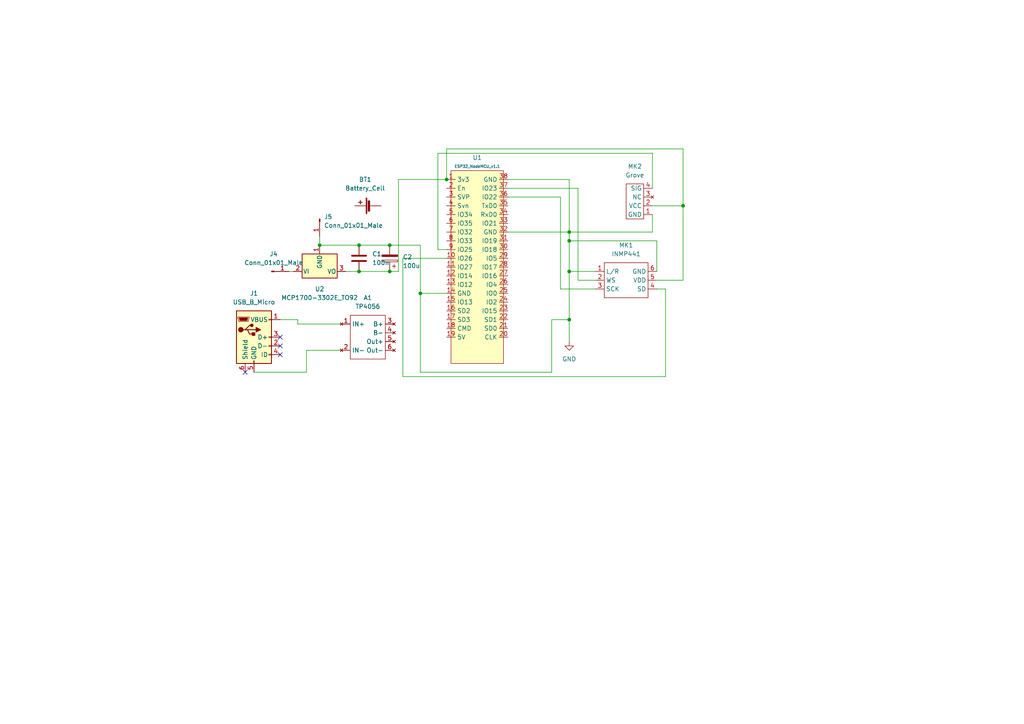
<source format=kicad_sch>
(kicad_sch (version 20211123) (generator eeschema)
  (paper "A4")
  (title_block (title "Deep Bio-Acoustics") (date "2024-01-18") (rev "0.1") (comment 1 "Author: Kushagra Goel"))
  (lib_symbols
    (symbol "Battery_Management:TP4056"
      (property "Reference" "A" (at -1.27 11.43 0))
      (property "Value" "TP4056" (at 1.27 11.43 0))
      (symbol "TP4056_0_0"
        (pin no_connect line (at -6.35 1.27 0) (length 2.54) (name "IN+") (number "1"))
        (pin no_connect line (at -6.35 -6.35 0) (length 2.54) (name "IN-") (number "2"))
        (pin no_connect line (at 8.89 1.27 180) (length 2.54) (name "B+") (number "3"))
        (pin no_connect line (at 8.89 -1.27 180) (length 2.54) (name "B-") (number "4"))
        (pin no_connect line (at 8.89 -3.81 180) (length 2.54) (name "Out+") (number "5"))
        (pin no_connect line (at 8.89 -6.35 180) (length 2.54) (name "Out-") (number "6"))
      )
      (symbol "TP4056_0_1"
        (rectangle (start -3.81 3.81) (end 6.35 -8.89))
      )
    )
    (symbol "Connector:Conn_01x01_Male" (pin_names (offset 1.016) hide)
      (property "Reference" "J" (at 0 2.54 0))
      (property "Value" "Conn_01x01_Male" (at 0 -2.54 0))
      (symbol "Conn_01x01_Male_1_1"
        (polyline (pts (xy 1.27 0) (xy 0.8636 0)) (stroke (width 0.1524)))
        (rectangle (start 0.8636 0.127) (end 0 -0.127) (stroke (width 0.1524)) (fill (type outline)))
        (pin passive line (at 5.08 0 180) (length 3.81) (name "Pin_1") (number "1"))
      )
    )
    (symbol "Connector:USB_B_Micro" (pin_names (offset 1.016))
      (property "Reference" "J" (at -5.08 11.43 0))
      (property "Value" "USB_B_Micro" (at -5.08 8.89 0))
      (symbol "USB_B_Micro_0_1"
        (rectangle (start -5.08 -7.62) (end 5.08 7.62) (stroke (width 0.254)) (fill (type background)))
        (circle (center -3.81 2.159) (radius 0.635) (stroke (width 0.254)) (fill (type outline)))
        (circle (center -0.635 3.429) (radius 0.381) (stroke (width 0.254)) (fill (type outline)))
        (rectangle (start -0.127 -7.62) (end 0.127 -6.858))
        (polyline (pts (xy -1.905 2.159) (xy 0.635 2.159)) (stroke (width 0.254)))
        (polyline (pts (xy -3.175 2.159) (xy -2.54 2.159) (xy -1.27 3.429) (xy -0.635 3.429)) (stroke (width 0.254)))
        (polyline (pts (xy -2.54 2.159) (xy -1.905 2.159) (xy -1.27 0.889) (xy 0 0.889)) (stroke (width 0.254)))
        (polyline (pts (xy 0.635 2.794) (xy 0.635 1.524) (xy 1.905 2.159) (xy 0.635 2.794)) (stroke (width 0.254)) (fill (type outline)))
        (polyline (pts (xy -4.318 5.588) (xy -1.778 5.588) (xy -2.032 4.826) (xy -4.064 4.826) (xy -4.318 5.588)) (fill (type outline)))
        (polyline (pts (xy -4.699 5.842) (xy -4.699 5.588) (xy -4.445 4.826) (xy -4.445 4.572) (xy -1.651 4.572) (xy -1.651 4.826) (xy -1.397 5.588) (xy -1.397 5.842) (xy -4.699 5.842)))
        (rectangle (start 0.254 1.27) (end -0.508 0.508) (stroke (width 0.254)) (fill (type outline)))
        (rectangle (start 5.08 -5.207) (end 4.318 -4.953))
        (rectangle (start 5.08 -2.667) (end 4.318 -2.413))
        (rectangle (start 5.08 -0.127) (end 4.318 0.127))
        (rectangle (start 5.08 4.953) (end 4.318 5.207))
      )
      (symbol "USB_B_Micro_1_1"
        (pin power_out line (at 7.62 5.08 180) (length 2.54) (name "VBUS") (number "1"))
        (pin bidirectional line (at 7.62 -2.54 180) (length 2.54) (name "D-") (number "2"))
        (pin bidirectional line (at 7.62 0 180) (length 2.54) (name "D+") (number "3"))
        (pin passive line (at 7.62 -5.08 180) (length 2.54) (name "ID") (number "4"))
        (pin power_out line (at 0 -10.16 90) (length 2.54) (name "GND") (number "5"))
        (pin passive line (at -2.54 -10.16 90) (length 2.54) (name "Shield") (number "6"))
      )
    )
    (symbol "Device:Battery_Cell" (pin_numbers hide) (pin_names (offset 0) hide)
      (property "Reference" "BT" (at 2.54 2.54 0))
      (property "Value" "Battery_Cell" (at 2.54 0 0))
      (symbol "Battery_Cell_0_1"
        (rectangle (start -2.286 1.778) (end 2.286 1.524) (fill (type outline)))
        (rectangle (start -1.5748 1.1938) (end 1.4732 0.6858) (fill (type outline)))
        (polyline (pts (xy 0 0.762) (xy 0 0)))
        (polyline (pts (xy 0 1.778) (xy 0 2.54)))
        (polyline (pts (xy 0.508 3.429) (xy 1.524 3.429)) (stroke (width 0.254)))
        (polyline (pts (xy 1.016 3.937) (xy 1.016 2.921)) (stroke (width 0.254)))
      )
      (symbol "Battery_Cell_1_1"
        (pin passive line (at 0 5.08 270) (length 2.54) (name "+") (number "1"))
        (pin passive line (at 0 -2.54 90) (length 2.54) (name "-") (number "2"))
      )
    )
    (symbol "Device:C" (pin_numbers hide) (pin_names (offset 0.254))
      (property "Reference" "C" (at 0.635 2.54 0))
      (property "Value" "C" (at 0.635 -2.54 0))
      (symbol "C_0_1"
        (polyline (pts (xy -2.032 -0.762) (xy 2.032 -0.762)) (stroke (width 0.508)))
        (polyline (pts (xy -2.032 0.762) (xy 2.032 0.762)) (stroke (width 0.508)))
      )
      (symbol "C_1_1"
        (pin passive line (at 0 3.81 270) (length 2.794) (name "~") (number "1"))
        (pin passive line (at 0 -3.81 90) (length 2.794) (name "~") (number "2"))
      )
    )
    (symbol "Device:C_Polarized" (pin_numbers hide) (pin_names (offset 0.254))
      (property "Reference" "C" (at 0.635 2.54 0))
      (property "Value" "C_Polarized" (at 0.635 -2.54 0))
      (symbol "C_Polarized_0_1"
        (rectangle (start -2.286 0.508) (end 2.286 1.016))
        (polyline (pts (xy -1.778 2.286) (xy -0.762 2.286)))
        (polyline (pts (xy -1.27 2.794) (xy -1.27 1.778)))
        (rectangle (start 2.286 -0.508) (end -2.286 -1.016) (fill (type outline)))
      )
      (symbol "C_Polarized_1_1"
        (pin passive line (at 0 3.81 270) (length 2.794) (name "~") (number "1"))
        (pin passive line (at 0 -3.81 90) (length 2.794) (name "~") (number "2"))
      )
    )
    (symbol "MCU_Espressif:ESP32_NodeMCU_v1.1"
      (property "Reference" "U" (at 0 -21.59 0))
      (property "Value" "ESP32_NodeMCU_v1.1" (at 0 -24.13 0))
      (symbol "ESP32_NodeMCU_v1.1_0_1"
        (rectangle (start -7.62 29.21) (end 7.62 -26.67) (fill (type background)))
      )
      (symbol "ESP32_NodeMCU_v1.1_1_1"
        (pin power_out line (at -8.89 26.67 0) (length 2.54) (name "3v3") (number "1"))
        (pin input line (at -8.89 3.81 0) (length 2.54) (name "IO26") (number "10"))
        (pin input line (at -8.89 1.27 0) (length 2.54) (name "IO27") (number "11"))
        (pin input line (at -8.89 -1.27 0) (length 2.54) (name "IO14") (number "12"))
        (pin input line (at -8.89 -3.81 0) (length 2.54) (name "IO12") (number "13"))
        (pin power_in line (at -8.89 -6.35 0) (length 2.54) (name "GND") (number "14"))
        (pin input line (at -8.89 -8.89 0) (length 2.54) (name "IO13") (number "15"))
        (pin input line (at -8.89 -11.43 0) (length 2.54) (name "SD2") (number "16"))
        (pin input line (at -8.89 -13.97 0) (length 2.54) (name "SD3") (number "17"))
        (pin input line (at -8.89 -16.51 0) (length 2.54) (name "CMD") (number "18"))
        (pin power_in line (at -8.89 -19.05 0) (length 2.54) (name "5V") (number "19"))
        (pin input line (at -8.89 24.13 0) (length 2.54) (name "En") (number "2"))
        (pin input line (at 8.89 -19.05 180) (length 2.54) (name "CLK") (number "20"))
        (pin input line (at 8.89 -16.51 180) (length 2.54) (name "SD0") (number "21"))
        (pin input line (at 8.89 -13.97 180) (length 2.54) (name "SD1") (number "22"))
        (pin input line (at 8.89 -11.43 180) (length 2.54) (name "IO15") (number "23"))
        (pin input line (at 8.89 -8.89 180) (length 2.54) (name "IO2") (number "24"))
        (pin input line (at 8.89 -6.35 180) (length 2.54) (name "IO0") (number "25"))
        (pin input line (at 8.89 -3.81 180) (length 2.54) (name "IO4") (number "26"))
        (pin input line (at 8.89 -1.27 180) (length 2.54) (name "IO16") (number "27"))
        (pin input line (at 8.89 1.27 180) (length 2.54) (name "IO17") (number "28"))
        (pin input line (at 8.89 3.81 180) (length 2.54) (name "IO5") (number "29"))
        (pin input line (at -8.89 21.59 0) (length 2.54) (name "SVP") (number "3"))
        (pin input line (at 8.89 6.35 180) (length 2.54) (name "IO18") (number "30"))
        (pin input line (at 8.89 8.89 180) (length 2.54) (name "IO19") (number "31"))
        (pin power_in line (at 8.89 11.43 180) (length 2.54) (name "GND") (number "32"))
        (pin input line (at 8.89 13.97 180) (length 2.54) (name "IO21") (number "33"))
        (pin input line (at 8.89 16.51 180) (length 2.54) (name "RxD0") (number "34"))
        (pin input line (at 8.89 19.05 180) (length 2.54) (name "TxD0") (number "35"))
        (pin input line (at 8.89 21.59 180) (length 2.54) (name "IO22") (number "36"))
        (pin input line (at 8.89 24.13 180) (length 2.54) (name "IO23") (number "37"))
        (pin power_in line (at 8.89 26.67 180) (length 2.54) (name "GND") (number "38"))
        (pin input line (at -8.89 19.05 0) (length 2.54) (name "Svn") (number "4"))
        (pin input line (at -8.89 16.51 0) (length 2.54) (name "IO34") (number "5"))
        (pin input line (at -8.89 13.97 0) (length 2.54) (name "IO35") (number "6"))
        (pin input line (at -8.89 11.43 0) (length 2.54) (name "IO32") (number "7"))
        (pin input line (at -8.89 8.89 0) (length 2.54) (name "IO33") (number "8"))
        (pin input line (at -8.89 6.35 0) (length 2.54) (name "IO25") (number "9"))
      )
    )
    (symbol "Microphone_Boards:Grove"
      (property "Reference" "MK" (at 0 5.08 0))
      (property "Value" "Grove" (at 0 3.81 0))
      (symbol "Grove_0_0"
        (pin power_in line (at -5.08 -1.27 0) (length 2.54) (name "VCC") (number "2"))
        (pin no_connect line (at -5.08 -3.81 0) (length 2.54) (name "NC") (number "3"))
        (pin output line (at -5.08 -6.35 0) (length 2.54) (name "SIG") (number "4"))
      )
      (symbol "Grove_0_1"
        (rectangle (start -2.54 2.54) (end 2.54 -7.62))
      )
      (symbol "Grove_1_1"
        (pin power_in line (at -5.08 1.27 0) (length 2.54) (name "GND") (number "1"))
      )
    )
    (symbol "Microphone_Boards:INMP441"
      (property "Reference" "MK" (at 0 6.35 0))
      (property "Value" "INMP441" (at 0 8.89 0))
      (symbol "INMP441_0_0"
        (pin input line (at -8.89 2.54 0) (length 2.54) (name "L/R") (number "1"))
        (pin input line (at -8.89 0 0) (length 2.54) (name "WS") (number "2"))
        (pin input line (at -8.89 -2.54 0) (length 2.54) (name "SCK") (number "3"))
        (pin output line (at 8.89 -2.54 180) (length 2.54) (name "SD") (number "4"))
        (pin power_in line (at 8.89 0 180) (length 2.54) (name "VDD") (number "5"))
        (pin power_in line (at 8.89 2.54 180) (length 2.54) (name "GND") (number "6"))
      )
      (symbol "INMP441_0_1"
        (rectangle (start -6.35 5.08) (end 6.35 -5.08))
      )
    )
    (symbol "Regulator_Linear:MCP1700-3302E_TO92" (pin_names (offset 0.254))
      (property "Reference" "U" (at -3.81 -3.175 0))
      (property "Value" "MCP1700-3302E_TO92" (at 0 -3.175 0))
      (symbol "MCP1700-3302E_TO92_0_1"
        (rectangle (start -5.08 5.08) (end 5.08 -1.905) (stroke (width 0.254)) (fill (type background)))
      )
      (symbol "MCP1700-3302E_TO92_1_1"
        (pin power_in line (at 0 7.62 270) (length 2.54) (name "GND") (number "1"))
        (pin power_in line (at -7.62 0 0) (length 2.54) (name "VI") (number "2"))
        (pin power_out line (at 7.62 0 180) (length 2.54) (name "VO") (number "3"))
      )
    )
    (symbol "power:GND" (power) (pin_names (offset 0))
      (property "Value" "GND" (at 0 -3.81 0))
      (symbol "GND_0_1"
        (polyline (pts (xy 0 0) (xy 0 -1.27) (xy 1.27 -1.27) (xy 0 -2.54) (xy -1.27 -1.27) (xy 0 -1.27)))
      )
      (symbol "GND_1_1"
        (pin power_in line (at 0 0 270) (length 0) hide (name "GND") (number "1"))
      )
    )
  )
  (junction (at 104.14 78.74))
  (junction (at 113.03 78.74))
  (junction (at 113.03 71.12))
  (junction (at 92.71 71.12))
  (junction (at 198.12 59.69))
  (junction (at 104.14 71.12))
  (junction (at 165.1 92.71))
  (junction (at 129.54 52.07))
  (junction (at 165.1 67.31))
  (junction (at 165.1 69.85))
  (junction (at 121.92 85.09))
  (junction (at 165.1 78.74))
  (no_connect (at 81.28 102.87))
  (no_connect (at 71.12 107.95))
  (no_connect (at 81.28 100.33))
  (no_connect (at 81.28 97.79))
  (wire (pts (xy 198.12 59.69) (xy 198.12 81.28)))
  (wire (pts (xy 147.32 67.31) (xy 165.1 67.31)))
  (wire (pts (xy 160.02 107.95) (xy 160.02 92.71)))
  (wire (pts (xy 129.54 52.07) (xy 129.54 43.18)))
  (wire (pts (xy 165.1 69.85) (xy 165.1 78.74)))
  (wire (pts (xy 113.03 71.12) (xy 121.92 71.12)))
  (wire (pts (xy 92.71 71.12) (xy 104.14 71.12)))
  (wire (pts (xy 165.1 78.74) (xy 165.1 92.71)))
  (wire (pts (xy 189.23 67.31) (xy 165.1 67.31)))
  (wire (pts (xy 129.54 85.09) (xy 121.92 85.09)))
  (wire (pts (xy 100.33 78.74) (xy 104.14 78.74)))
  (wire (pts (xy 162.56 83.82) (xy 172.72 83.82)))
  (wire (pts (xy 115.57 52.07) (xy 129.54 52.07)))
  (wire (pts (xy 190.5 78.74) (xy 190.5 69.85)))
  (wire (pts (xy 115.57 78.74) (xy 113.03 78.74)))
  (wire (pts (xy 193.04 109.22) (xy 193.04 83.82)))
  (wire (pts (xy 127 44.45) (xy 127 72.39)))
  (wire (pts (xy 167.64 81.28) (xy 167.64 54.61)))
  (wire (pts (xy 121.92 107.95) (xy 160.02 107.95)))
  (wire (pts (xy 86.36 93.98) (xy 99.06 93.98)))
  (wire (pts (xy 116.84 74.93) (xy 116.84 109.22)))
  (wire (pts (xy 189.23 54.61) (xy 189.23 44.45)))
  (wire (pts (xy 116.84 109.22) (xy 193.04 109.22)))
  (wire (pts (xy 121.92 85.09) (xy 121.92 107.95)))
  (wire (pts (xy 83.82 78.74) (xy 85.09 78.74)))
  (wire (pts (xy 172.72 81.28) (xy 167.64 81.28)))
  (wire (pts (xy 115.57 52.07) (xy 115.57 78.74)))
  (wire (pts (xy 88.9 107.95) (xy 88.9 101.6)))
  (wire (pts (xy 92.71 68.58) (xy 92.71 71.12)))
  (wire (pts (xy 129.54 74.93) (xy 116.84 74.93)))
  (wire (pts (xy 129.54 43.18) (xy 198.12 43.18)))
  (wire (pts (xy 165.1 78.74) (xy 172.72 78.74)))
  (wire (pts (xy 190.5 81.28) (xy 198.12 81.28)))
  (wire (pts (xy 86.36 92.71) (xy 86.36 93.98)))
  (wire (pts (xy 198.12 43.18) (xy 198.12 59.69)))
  (wire (pts (xy 165.1 69.85) (xy 190.5 69.85)))
  (wire (pts (xy 73.66 107.95) (xy 88.9 107.95)))
  (wire (pts (xy 147.32 52.07) (xy 165.1 52.07)))
  (wire (pts (xy 165.1 92.71) (xy 165.1 99.06)))
  (wire (pts (xy 165.1 67.31) (xy 165.1 69.85)))
  (wire (pts (xy 160.02 92.71) (xy 165.1 92.71)))
  (wire (pts (xy 162.56 57.15) (xy 162.56 83.82)))
  (wire (pts (xy 104.14 71.12) (xy 113.03 71.12)))
  (wire (pts (xy 189.23 59.69) (xy 198.12 59.69)))
  (wire (pts (xy 127 72.39) (xy 129.54 72.39)))
  (wire (pts (xy 147.32 54.61) (xy 167.64 54.61)))
  (wire (pts (xy 193.04 83.82) (xy 190.5 83.82)))
  (wire (pts (xy 189.23 44.45) (xy 127 44.45)))
  (wire (pts (xy 104.14 78.74) (xy 113.03 78.74)))
  (wire (pts (xy 147.32 57.15) (xy 162.56 57.15)))
  (wire (pts (xy 189.23 62.23) (xy 189.23 67.31)))
  (wire (pts (xy 88.9 101.6) (xy 99.06 101.6)))
  (wire (pts (xy 121.92 71.12) (xy 121.92 85.09)))
  (wire (pts (xy 81.28 92.71) (xy 86.36 92.71)))
  (wire (pts (xy 165.1 52.07) (xy 165.1 67.31)))
  (symbol (lib_id "Connector:Conn_01x01_Male") (at 78.74 78.74 0) (unit 1)
    (property "Reference" "J4" (at 79.375 73.66 0))
    (property "Value" "Conn_01x01_Male" (at 79.375 76.2 0))
    (property "Footprint" "Connector_PinHeader_2.54mm:PinHeader_1x01_P2.54mm_Vertical" (effects hide))
  )
  (symbol (lib_id "Connector:USB_B_Micro") (at 73.66 97.79 0) (unit 1)
    (property "Reference" "J1" (at 73.66 85.09 0))
    (property "Value" "USB_B_Micro" (at 73.66 87.63 0))
  )
  (symbol (lib_id "Microphone_Boards:INMP441") (at 181.61 81.28 0) (unit 1)
    (property "Reference" "MK1" (at 181.61 71.12 0))
    (property "Value" "INMP441" (at 181.61 73.66 0))
    (property "Footprint" "Microphones:INMP441" (effects hide))
  )
  (symbol (lib_id "MCU_Espressif:ESP32_NodeMCU_v1.1") (at 138.43 78.74 0) (unit 1)
    (property "Reference" "U1" (at 138.43 45.72 0))
    (property "Value" "ESP32_NodeMCU_v1.1" (at 138.43 48.26 0) (effects (font (size 0.8 0.8))))
    (property "Footprint" "Package_DIP:DIP-38_W22.86mm" (effects hide))
  )
  (symbol (lib_id "Microphone_Boards:Grove") (at 184.15 60.96 180) (unit 1)
    (property "Reference" "MK2" (at 184.15 48.26 0))
    (property "Value" "Grove" (at 184.15 50.8 0))
    (property "Footprint" "Microphones:Grove Sound Sensor" (effects hide))
  )
  (symbol (lib_id "Battery_Management:TP4056") (at 105.41 95.25 0) (unit 1)
    (property "Reference" "A1" (at 106.68 86.36 0))
    (property "Value" "TP4056" (at 106.68 88.9 0))
    (property "Footprint" "custom:TP4056Board" (effects hide))
    (property "Datasheet" "https://www.amazon.ca/Lithium-Overcharge-Over-Discharge-Over-Current-Protection/dp/B07KYGL71L" (effects hide))
  )
  (symbol (lib_id "Device:Battery_Cell") (at 107.95 59.69 90) (unit 1)
    (property "Reference" "BT1" (at 105.918 52.07 90))
    (property "Value" "Battery_Cell" (at 105.918 54.61 90))
    (property "Footprint" "Battery:BatteryHolder_Keystone_1042_1x18650" (effects hide))
  )
  (symbol (lib_id "Device:C_Polarized") (at 113.03 74.93 180) (unit 1)
    (property "Reference" "C2" (at 116.84 74.5489 0) (effects (justify right)))
    (property "Value" "100u" (at 116.84 77.0889 0) (effects (justify right)))
    (property "Footprint" "Capacitor_THT:CP_Radial_D5.0mm_P2.50mm" (effects hide))
  )
  (symbol (lib_id "power:GND") (at 165.1 99.06 0) (unit 1)
    (property "Reference" "#PWR0101" (effects hide))
    (property "Value" "GND" (at 165.1 104.14 0))
  )
  (symbol (lib_id "Connector:Conn_01x01_Male") (at 92.71 63.5 270) (unit 1)
    (property "Reference" "J5" (at 93.98 62.8649 90) (effects (justify left)))
    (property "Value" "Conn_01x01_Male" (at 93.98 65.4049 90) (effects (justify left)))
    (property "Footprint" "Connector_PinHeader_2.54mm:PinHeader_1x01_P2.54mm_Vertical" (effects hide))
  )
  (symbol (lib_id "Device:C") (at 104.14 74.93 0) (unit 1)
    (property "Reference" "C1" (at 107.95 73.6599 0) (effects (justify left)))
    (property "Value" "100n" (at 107.95 76.1999 0) (effects (justify left)))
    (property "Footprint" "Capacitor_THT:C_Radial_D6.3mm_H5.0mm_P2.50mm" (effects hide))
  )
  (symbol (lib_id "Regulator_Linear:MCP1700-3302E_TO92") (at 92.71 78.74 0) (unit 1)
    (property "Reference" "U2" (at 92.71 83.82 0))
    (property "Value" "MCP1700-3302E_TO92" (at 92.71 86.36 0))
    (property "Footprint" "Package_TO_SOT_THT:TO-92_Inline" (effects hide))
    (property "Datasheet" "http://ww1.microchip.com/downloads/en/DeviceDoc/20001826D.pdf" (effects hide))
  )
)
</source>
